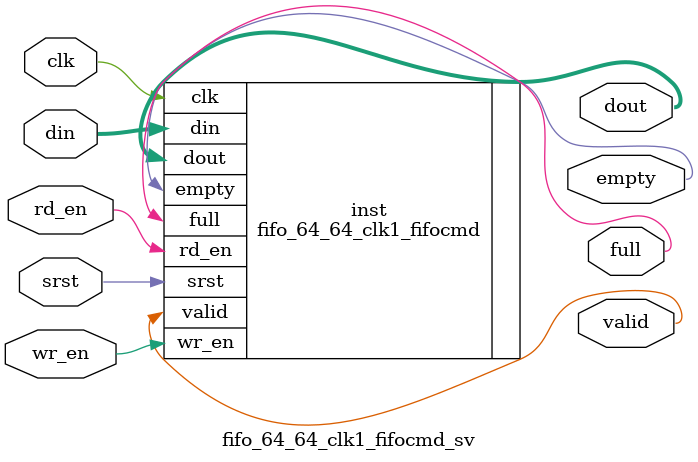
<source format=sv>


`timescale 1ps / 1ps

`include "vivado_interfaces.svh"

module fifo_64_64_clk1_fifocmd_sv (
  (* X_INTERFACE_IGNORE = "true" *)
  input wire clk,
  (* X_INTERFACE_IGNORE = "true" *)
  input wire srst,
  (* X_INTERFACE_IGNORE = "true" *)
  input wire [63:0] din,
  (* X_INTERFACE_IGNORE = "true" *)
  input wire wr_en,
  (* X_INTERFACE_IGNORE = "true" *)
  input wire rd_en,
  (* X_INTERFACE_IGNORE = "true" *)
  output wire [63:0] dout,
  (* X_INTERFACE_IGNORE = "true" *)
  output wire full,
  (* X_INTERFACE_IGNORE = "true" *)
  output wire empty,
  (* X_INTERFACE_IGNORE = "true" *)
  output wire valid
);

  fifo_64_64_clk1_fifocmd inst (
    .clk(clk),
    .srst(srst),
    .din(din),
    .wr_en(wr_en),
    .rd_en(rd_en),
    .dout(dout),
    .full(full),
    .empty(empty),
    .valid(valid)
  );

endmodule

</source>
